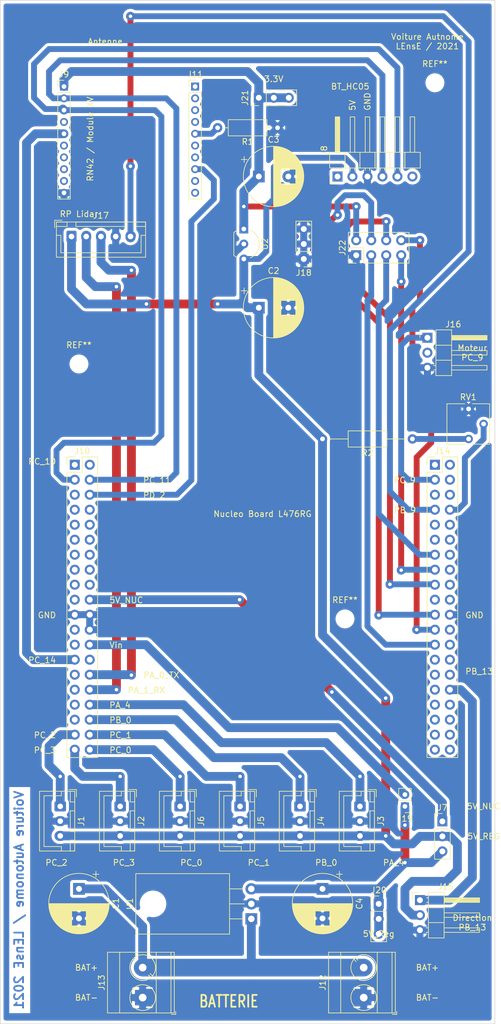
<source format=kicad_pcb>
(kicad_pcb (version 20171130) (host pcbnew "(5.1.6)-1")
  (layers (0 F.Cu signal) (31 B.Cu signal) (34 B.Paste user) (35 F.Paste user) (36 B.SilkS user) (37 F.SilkS user) (38 B.Mask user) (39 F.Mask user) (44 Edge.Cuts user))
  (net 0 "")
  (net 1 5V)
  (net 2 GND)
  (net 3 VCapt1)
  (net 4 VCapt2)
  (net 5 VCapt3)
  (net 6 VCapt4)
  (net 7 VCapt5)
  (net 8 VCaptLD)
  (net 9 RX)
  (net 10 TX)
  (net 11 "Net-(J8-Pad6)")
  (net 12 "Net-(J8-Pad1)")
  (net 13 VIN)
  (net 14 3.3V)
  (net 15 5V_REG)
  (net 16 5V_NUC)
  (net 17 "Net-(J9-Pad9)")
  (net 18 "Net-(J9-Pad8)")
  (net 19 "Net-(J9-Pad7)")
  (net 20 "Net-(J9-Pad6)")
  (net 21 RESET_N)
  (net 22 "Net-(J9-Pad4)")
  (net 23 RX_4)
  (net 24 TX_4)
  (net 25 "Net-(J10-Pad28)")
  (net 26 GPIO2_STATUS)
  (net 27 "Net-(J10-Pad14)")
  (net 28 "Net-(J10-Pad13)")
  (net 29 "Net-(J10-Pad12)")
  (net 30 "Net-(J10-Pad11)")
  (net 31 "Net-(J10-Pad10)")
  (net 32 "Net-(J10-Pad9)")
  (net 33 "Net-(J10-Pad8)")
  (net 34 "Net-(J10-Pad7)")
  (net 35 "Net-(J10-Pad5)")
  (net 36 "Net-(J10-Pad2)")
  (net 37 "Net-(J10-Pad1)")
  (net 38 "Net-(J11-Pad1)")
  (net 39 "Net-(J11-Pad2)")
  (net 40 "Net-(J11-Pad3)")
  (net 41 "Net-(J11-Pad4)")
  (net 42 "Net-(J11-Pad5)")
  (net 43 "Net-(J11-Pad6)")
  (net 44 "Net-(J11-Pad7)")
  (net 45 "Net-(J11-Pad9)")
  (net 46 "Net-(J11-Pad10)")
  (net 47 "Net-(J14-Pad1)")
  (net 48 "Net-(J14-Pad2)")
  (net 49 "Net-(J14-Pad5)")
  (net 50 "Net-(J14-Pad6)")
  (net 51 "Net-(J14-Pad9)")
  (net 52 "Net-(J14-Pad10)")
  (net 53 "Net-(J14-Pad14)")
  (net 54 "Net-(J14-Pad16)")
  (net 55 "Net-(J14-Pad18)")
  (net 56 "Net-(J14-Pad19)")
  (net 57 "Net-(J14-Pad20)")
  (net 58 "Net-(J14-Pad24)")
  (net 59 "Net-(J14-Pad26)")
  (net 60 "Net-(J14-Pad27)")
  (net 61 "Net-(J14-Pad28)")
  (net 62 "Net-(J14-Pad29)")
  (net 63 "Net-(J14-Pad30)")
  (net 64 "Net-(J14-Pad31)")
  (net 65 "Net-(J14-Pad33)")
  (net 66 "Net-(J14-Pad34)")
  (net 67 "Net-(J14-Pad35)")
  (net 68 "Net-(J14-Pad36)")
  (net 69 "Net-(J14-Pad37)")
  (net 70 "Net-(J14-Pad38)")
  (net 71 "Net-(J14-Pad39)")
  (net 72 "Net-(J14-Pad40)")
  (net 73 "Net-(J10-Pad35)")
  (net 74 "Net-(J10-Pad33)")
  (net 75 "Net-(J10-Pad31)")
  (net 76 "Net-(J10-Pad29)")
  (net 77 "Net-(J10-Pad25)")
  (net 78 "Net-(J10-Pad23)")
  (net 79 "Net-(J10-Pad19)")
  (net 80 "Net-(J10-Pad16)")
  (net 81 "Net-(J14-Pad12)")
  (net 82 NUC_DIR)
  (net 83 NUC_MOT)
  (net 84 "Net-(J16-Pad2)")
  (net 85 "Net-(J10-Pad17)")
  (net 86 "Net-(J14-Pad4)")
  (net 87 5V_REG_VIN)
  (net 88 Lidar_MOT)
  (net 89 "Net-(J10-Pad15)")
  (net 90 "Net-(J14-Pad11)")
  (net 91 VPOT)
  (net 92 3.3V_NUC)
  (net 93 "Net-(R2-Pad1)")
  (net 94 SCK)
  (net 95 MISO)
  (net 96 MOSI)
  (net 97 CSN_nRF)
  (net 98 IRQ_nRF)
  (net 99 CE_nRF)
  (module Connector_PinHeader_2.54mm:PinHeader_1x03_P2.54mm_Horizontal (layer F.Cu) (at 104.775 181.61)
    (fp_text reference J15 (at 4.385 -2.27) (layer F.SilkS))
    (fp_text value Direction)
    (pad 3 thru_hole oval (at 0 5.08) (size 1.7 1.7) (drill 1) (layers *.Cu *.Mask) (net 2 GND))
    (pad 2 thru_hole oval (at 0 2.54) (size 1.7 1.7) (drill 1) (layers *.Cu *.Mask) (net 1 5V))
    (pad 1 thru_hole rect (at 0 0) (size 1.7 1.7) (drill 1) (layers *.Cu *.Mask) (net 82 NUC_DIR))
  )
  (module Capacitor_THT:CP_Radial_D10.0mm_P5.00mm (layer F.Cu) (at 88.265 179.705 270)
    (fp_text reference C4 (at 2.5 -6.25 90) (layer F.SilkS))
    (fp_text value 10uF)
    (pad 1 thru_hole rect (at 0 0 270) (size 2 2) (drill 1) (layers *.Cu *.Mask) (net 15 5V_REG))
    (pad 2 thru_hole circle (at 5 0 270) (size 2 2) (drill 1) (layers *.Cu *.Mask) (net 2 GND))
  )
  (module Connector_PinHeader_2.00mm:PinHeader_1x02_P2.00mm_Vertical (layer F.Cu) (at 102.235 165.735 180)
    (fp_text reference J19 (at 0 -2.06) (layer F.SilkS))
    (fp_text value ExternalPower)
    (pad 1 thru_hole rect (at 0 0 180) (size 1.35 1.35) (drill 0.8) (layers *.Cu *.Mask) (net 15 5V_REG))
    (pad 2 thru_hole oval (at 0 2 180) (size 1.35 1.35) (drill 0.8) (layers *.Cu *.Mask) (net 87 5V_REG_VIN))
  )
  (module Connector_JST:JST_XH_B5B-XH-A_1x05_P2.50mm_Vertical (layer F.Cu) (at 45.72 69.215)
    (fp_text reference J17 (at 5 -3.55) (layer F.SilkS))
    (fp_text value RPLidar)
    (pad 1 thru_hole roundrect (at 0 0) (size 1.7 1.95) (drill 0.95) (layers *.Cu *.Mask) (roundrect_rratio 0.147059) (net 1 5V))
    (pad 2 thru_hole oval (at 2.5 0) (size 1.7 1.95) (drill 0.95) (layers *.Cu *.Mask) (net 23 RX_4))
    (pad 3 thru_hole oval (at 5 0) (size 1.7 1.95) (drill 0.95) (layers *.Cu *.Mask) (net 24 TX_4))
    (pad 4 thru_hole oval (at 7.5 0) (size 1.7 1.95) (drill 0.95) (layers *.Cu *.Mask) (net 2 GND))
    (pad 5 thru_hole oval (at 10 0) (size 1.7 1.95) (drill 0.95) (layers *.Cu *.Mask) (net 88 Lidar_MOT))
  )
  (module Connector_PinHeader_2.54mm:PinHeader_1x06_P2.54mm_Horizontal (layer F.Cu) (at 90.805 59.055 90)
    (fp_text reference J8 (at 4.385 -2.27 90) (layer F.SilkS))
    (fp_text value BT_HC05)
    (pad 1 thru_hole rect (at 0 0 90) (size 1.7 1.7) (drill 1) (layers *.Cu *.Mask) (net 12 "Net-(J8-Pad1)"))
    (pad 2 thru_hole oval (at 0 2.54 90) (size 1.7 1.7) (drill 1) (layers *.Cu *.Mask) (net 1 5V))
    (pad 3 thru_hole oval (at 0 5.08 90) (size 1.7 1.7) (drill 1) (layers *.Cu *.Mask) (net 2 GND))
    (pad 4 thru_hole oval (at 0 7.62 90) (size 1.7 1.7) (drill 1) (layers *.Cu *.Mask) (net 9 RX))
    (pad 5 thru_hole oval (at 0 10.16 90) (size 1.7 1.7) (drill 1) (layers *.Cu *.Mask) (net 10 TX))
    (pad 6 thru_hole oval (at 0 12.7 90) (size 1.7 1.7) (drill 1) (layers *.Cu *.Mask) (net 11 "Net-(J8-Pad6)"))
  )
  (module Capacitor_THT:CP_Radial_D10.0mm_P5.00mm (layer F.Cu) (at 46.99 179.705 270)
    (fp_text reference C1 (at 2.5 -6.25 90) (layer F.SilkS))
    (fp_text value 10uF)
    (pad 2 thru_hole circle (at 5 0 270) (size 2 2) (drill 1) (layers *.Cu *.Mask) (net 2 GND))
    (pad 1 thru_hole rect (at 0 0 270) (size 2 2) (drill 1) (layers *.Cu *.Mask) (net 13 VIN))
  )
  (module Capacitor_THT:CP_Radial_D10.0mm_P5.00mm (layer F.Cu) (at 77.47 81.28)
    (fp_text reference C2 (at 2.5 -6.25) (layer F.SilkS))
    (fp_text value 10uF)
    (pad 2 thru_hole circle (at 5 0) (size 2 2) (drill 1) (layers *.Cu *.Mask) (net 2 GND))
    (pad 1 thru_hole rect (at 0 0) (size 2 2) (drill 1) (layers *.Cu *.Mask) (net 1 5V))
  )
  (module Capacitor_THT:CP_Radial_D10.0mm_P5.00mm (layer F.Cu) (at 77.47 59.055)
    (fp_text reference C3 (at 2.5 -6.25) (layer F.SilkS))
    (fp_text value 10uF)
    (pad 1 thru_hole rect (at 0 0) (size 2 2) (drill 1) (layers *.Cu *.Mask) (net 14 3.3V))
    (pad 2 thru_hole circle (at 5 0) (size 2 2) (drill 1) (layers *.Cu *.Mask) (net 2 GND))
  )
  (module Connector_JST:JST_XH_B3B-XH-A_1x03_P2.50mm_Vertical (layer F.Cu) (at 43.815 165.735 270)
    (fp_text reference J1 (at 2.5 -3.55 90) (layer F.SilkS))
    (fp_text value Capt1)
    (pad 3 thru_hole oval (at 5 0 270) (size 1.7 1.95) (drill 0.95) (layers *.Cu *.Mask) (net 1 5V))
    (pad 2 thru_hole oval (at 2.5 0 270) (size 1.7 1.95) (drill 0.95) (layers *.Cu *.Mask) (net 2 GND))
    (pad 1 thru_hole roundrect (at 0 0 270) (size 1.7 1.95) (drill 0.95) (layers *.Cu *.Mask) (roundrect_rratio 0.147059) (net 3 VCapt1))
  )
  (module Connector_JST:JST_XH_B3B-XH-A_1x03_P2.50mm_Vertical (layer F.Cu) (at 53.975 165.735 270)
    (fp_text reference J2 (at 2.5 -3.55 90) (layer F.SilkS))
    (fp_text value Capt2)
    (pad 1 thru_hole roundrect (at 0 0 270) (size 1.7 1.95) (drill 0.95) (layers *.Cu *.Mask) (roundrect_rratio 0.147059) (net 4 VCapt2))
    (pad 2 thru_hole oval (at 2.5 0 270) (size 1.7 1.95) (drill 0.95) (layers *.Cu *.Mask) (net 2 GND))
    (pad 3 thru_hole oval (at 5 0 270) (size 1.7 1.95) (drill 0.95) (layers *.Cu *.Mask) (net 1 5V))
  )
  (module Connector_JST:JST_XH_B3B-XH-A_1x03_P2.50mm_Vertical (layer F.Cu) (at 94.615 165.735 270)
    (fp_text reference J3 (at 2.5 -3.55 90) (layer F.SilkS))
    (fp_text value Capt3)
    (pad 1 thru_hole roundrect (at 0 0 270) (size 1.7 1.95) (drill 0.95) (layers *.Cu *.Mask) (roundrect_rratio 0.147059) (net 5 VCapt3))
    (pad 2 thru_hole oval (at 2.5 0 270) (size 1.7 1.95) (drill 0.95) (layers *.Cu *.Mask) (net 2 GND))
    (pad 3 thru_hole oval (at 5 0 270) (size 1.7 1.95) (drill 0.95) (layers *.Cu *.Mask) (net 1 5V))
  )
  (module Connector_JST:JST_XH_B3B-XH-A_1x03_P2.50mm_Vertical (layer F.Cu) (at 84.455 165.735 270)
    (fp_text reference J4 (at 2.5 -3.55 90) (layer F.SilkS))
    (fp_text value Capt4)
    (pad 3 thru_hole oval (at 5 0 270) (size 1.7 1.95) (drill 0.95) (layers *.Cu *.Mask) (net 1 5V))
    (pad 2 thru_hole oval (at 2.5 0 270) (size 1.7 1.95) (drill 0.95) (layers *.Cu *.Mask) (net 2 GND))
    (pad 1 thru_hole roundrect (at 0 0 270) (size 1.7 1.95) (drill 0.95) (layers *.Cu *.Mask) (roundrect_rratio 0.147059) (net 6 VCapt4))
  )
  (module Connector_JST:JST_XH_B3B-XH-A_1x03_P2.50mm_Vertical (layer F.Cu) (at 74.295 165.735 270)
    (fp_text reference J5 (at 2.5 -3.55 90) (layer F.SilkS))
    (fp_text value Capt5)
    (pad 1 thru_hole roundrect (at 0 0 270) (size 1.7 1.95) (drill 0.95) (layers *.Cu *.Mask) (roundrect_rratio 0.147059) (net 7 VCapt5))
    (pad 2 thru_hole oval (at 2.5 0 270) (size 1.7 1.95) (drill 0.95) (layers *.Cu *.Mask) (net 2 GND))
    (pad 3 thru_hole oval (at 5 0 270) (size 1.7 1.95) (drill 0.95) (layers *.Cu *.Mask) (net 1 5V))
  )
  (module Connector_JST:JST_XH_B3B-XH-A_1x03_P2.50mm_Vertical (layer F.Cu) (at 64.135 165.735 270)
    (fp_text reference J6 (at 2.5 -3.55 90) (layer F.SilkS))
    (fp_text value CaptLD)
    (pad 3 thru_hole oval (at 5 0 270) (size 1.7 1.95) (drill 0.95) (layers *.Cu *.Mask) (net 1 5V))
    (pad 2 thru_hole oval (at 2.5 0 270) (size 1.7 1.95) (drill 0.95) (layers *.Cu *.Mask) (net 2 GND))
    (pad 1 thru_hole roundrect (at 0 0 270) (size 1.7 1.95) (drill 0.95) (layers *.Cu *.Mask) (roundrect_rratio 0.147059) (net 8 VCaptLD))
  )
  (module Connector_PinHeader_2.54mm:PinHeader_1x03_P2.54mm_Vertical (layer F.Cu) (at 108.585 168.275)
    (fp_text reference J7 (at 0 -2.33) (layer F.SilkS))
    (fp_text value 5V_Select)
    (pad 1 thru_hole rect (at 0 0) (size 1.7 1.7) (drill 1) (layers *.Cu *.Mask) (net 16 5V_NUC))
    (pad 2 thru_hole oval (at 0 2.54) (size 1.7 1.7) (drill 1) (layers *.Cu *.Mask) (net 1 5V))
    (pad 3 thru_hole oval (at 0 5.08) (size 1.7 1.7) (drill 1) (layers *.Cu *.Mask) (net 15 5V_REG))
  )
  (module TerminalBlock_Phoenix:TerminalBlock_Phoenix_MKDS-3-2-5.08_1x02_P5.08mm_Horizontal (layer F.Cu) (at 95.25 198.12 90)
    (fp_text reference J12 (at 2.54 -6.96 90) (layer F.SilkS))
    (fp_text value BAT_IN)
    (pad 1 thru_hole rect (at 0 0 90) (size 2.6 2.6) (drill 1.3) (layers *.Cu *.Mask) (net 2 GND))
    (pad 2 thru_hole circle (at 5.08 0 90) (size 2.6 2.6) (drill 1.3) (layers *.Cu *.Mask) (net 13 VIN))
  )
  (module TerminalBlock_Phoenix:TerminalBlock_Phoenix_MKDS-3-2-5.08_1x02_P5.08mm_Horizontal (layer F.Cu) (at 57.785 198.12 90)
    (fp_text reference J13 (at 2.54 -6.96 90) (layer F.SilkS))
    (fp_text value BAT_OUT)
    (pad 1 thru_hole rect (at 0 0 90) (size 2.6 2.6) (drill 1.3) (layers *.Cu *.Mask) (net 2 GND))
    (pad 2 thru_hole circle (at 5.08 0 90) (size 2.6 2.6) (drill 1.3) (layers *.Cu *.Mask) (net 13 VIN))
  )
  (module Package_TO_SOT_THT:TO-220-3_Horizontal_TabDown (layer F.Cu) (at 76.2 184.785 90)
    (fp_text reference U1 (at 2.54 -20.58 90) (layer F.SilkS))
    (fp_text value L7805)
    (pad "" np_thru_hole oval (at 2.54 -16.66 90) (size 3.5 3.5) (drill 3.5) (layers *.Cu *.Mask))
    (pad 1 thru_hole rect (at 0 0 90) (size 1.905 2) (drill 1.1) (layers *.Cu *.Mask) (net 13 VIN))
    (pad 2 thru_hole oval (at 2.54 0 90) (size 1.905 2) (drill 1.1) (layers *.Cu *.Mask) (net 2 GND))
    (pad 3 thru_hole oval (at 5.08 0 90) (size 1.905 2) (drill 1.1) (layers *.Cu *.Mask) (net 15 5V_REG))
  )
  (module Connector_PinHeader_2.54mm:PinHeader_2x20_P2.54mm_Vertical (layer F.Cu) (at 46.275001 107.870001)
    (fp_text reference J10 (at 1.27 -2.33) (layer F.SilkS))
    (fp_text value Morpho_Gauche)
    (pad 40 thru_hole oval (at 2.54 48.26) (size 1.7 1.7) (drill 1) (layers *.Cu *.Mask) (net 8 VCaptLD))
    (pad 39 thru_hole oval (at 0 48.26) (size 1.7 1.7) (drill 1) (layers *.Cu *.Mask) (net 4 VCapt2))
    (pad 38 thru_hole oval (at 2.54 45.72) (size 1.7 1.7) (drill 1) (layers *.Cu *.Mask) (net 7 VCapt5))
    (pad 37 thru_hole oval (at 0 45.72) (size 1.7 1.7) (drill 1) (layers *.Cu *.Mask) (net 3 VCapt1))
    (pad 36 thru_hole oval (at 2.54 43.18) (size 1.7 1.7) (drill 1) (layers *.Cu *.Mask) (net 6 VCapt4))
    (pad 35 thru_hole oval (at 0 43.18) (size 1.7 1.7) (drill 1) (layers *.Cu *.Mask) (net 73 "Net-(J10-Pad35)"))
    (pad 34 thru_hole oval (at 2.54 40.64) (size 1.7 1.7) (drill 1) (layers *.Cu *.Mask) (net 5 VCapt3))
    (pad 33 thru_hole oval (at 0 40.64) (size 1.7 1.7) (drill 1) (layers *.Cu *.Mask) (net 74 "Net-(J10-Pad33)"))
    (pad 32 thru_hole oval (at 2.54 38.1) (size 1.7 1.7) (drill 1) (layers *.Cu *.Mask) (net 23 RX_4))
    (pad 31 thru_hole oval (at 0 38.1) (size 1.7 1.7) (drill 1) (layers *.Cu *.Mask) (net 75 "Net-(J10-Pad31)"))
    (pad 30 thru_hole oval (at 2.54 35.56) (size 1.7 1.7) (drill 1) (layers *.Cu *.Mask) (net 24 TX_4))
    (pad 29 thru_hole oval (at 0 35.56) (size 1.7 1.7) (drill 1) (layers *.Cu *.Mask) (net 76 "Net-(J10-Pad29)"))
    (pad 28 thru_hole oval (at 2.54 33.02) (size 1.7 1.7) (drill 1) (layers *.Cu *.Mask) (net 25 "Net-(J10-Pad28)"))
    (pad 27 thru_hole oval (at 0 33.02) (size 1.7 1.7) (drill 1) (layers *.Cu *.Mask) (net 21 RESET_N))
    (pad 26 thru_hole oval (at 2.54 30.48) (size 1.7 1.7) (drill 1) (layers *.Cu *.Mask) (net 87 5V_REG_VIN))
    (pad 25 thru_hole oval (at 0 30.48) (size 1.7 1.7) (drill 1) (layers *.Cu *.Mask) (net 77 "Net-(J10-Pad25)"))
    (pad 24 thru_hole oval (at 2.54 27.94) (size 1.7 1.7) (drill 1) (layers *.Cu *.Mask) (net 2 GND))
    (pad 23 thru_hole oval (at 0 27.94) (size 1.7 1.7) (drill 1) (layers *.Cu *.Mask) (net 78 "Net-(J10-Pad23)"))
    (pad 22 thru_hole oval (at 2.54 25.4) (size 1.7 1.7) (drill 1) (layers *.Cu *.Mask) (net 2 GND))
    (pad 21 thru_hole oval (at 0 25.4) (size 1.7 1.7) (drill 1) (layers *.Cu *.Mask) (net 2 GND))
    (pad 20 thru_hole oval (at 2.54 22.86) (size 1.7 1.7) (drill 1) (layers *.Cu *.Mask) (net 16 5V_NUC))
    (pad 19 thru_hole oval (at 0 22.86) (size 1.7 1.7) (drill 1) (layers *.Cu *.Mask) (net 79 "Net-(J10-Pad19)"))
    (pad 18 thru_hole oval (at 2.54 20.32) (size 1.7 1.7) (drill 1) (layers *.Cu *.Mask) (net 92 3.3V_NUC))
    (pad 17 thru_hole oval (at 0 20.32) (size 1.7 1.7) (drill 1) (layers *.Cu *.Mask) (net 85 "Net-(J10-Pad17)"))
    (pad 16 thru_hole oval (at 2.54 17.78) (size 1.7 1.7) (drill 1) (layers *.Cu *.Mask) (net 80 "Net-(J10-Pad16)"))
    (pad 15 thru_hole oval (at 0 17.78) (size 1.7 1.7) (drill 1) (layers *.Cu *.Mask) (net 89 "Net-(J10-Pad15)"))
    (pad 14 thru_hole oval (at 2.54 15.24) (size 1.7 1.7) (drill 1) (layers *.Cu *.Mask) (net 27 "Net-(J10-Pad14)"))
    (pad 13 thru_hole oval (at 0 15.24) (size 1.7 1.7) (drill 1) (layers *.Cu *.Mask) (net 28 "Net-(J10-Pad13)"))
    (pad 12 thru_hole oval (at 2.54 12.7) (size 1.7 1.7) (drill 1) (layers *.Cu *.Mask) (net 29 "Net-(J10-Pad12)"))
    (pad 11 thru_hole oval (at 0 12.7) (size 1.7 1.7) (drill 1) (layers *.Cu *.Mask) (net 30 "Net-(J10-Pad11)"))
    (pad 10 thru_hole oval (at 2.54 10.16) (size 1.7 1.7) (drill 1) (layers *.Cu *.Mask) (net 31 "Net-(J10-Pad10)"))
    (pad 9 thru_hole oval (at 0 10.16) (size 1.7 1.7) (drill 1) (layers *.Cu *.Mask) (net 32 "Net-(J10-Pad9)"))
    (pad 8 thru_hole oval (at 2.54 7.62) (size 1.7 1.7) (drill 1) (layers *.Cu *.Mask) (net 33 "Net-(J10-Pad8)"))
    (pad 7 thru_hole oval (at 0 7.62) (size 1.7 1.7) (drill 1) (layers *.Cu *.Mask) (net 34 "Net-(J10-Pad7)"))
    (pad 6 thru_hole oval (at 2.54 5.08) (size 1.7 1.7) (drill 1) (layers *.Cu *.Mask) (net 26 GPIO2_STATUS))
    (pad 5 thru_hole oval (at 0 5.08) (size 1.7 1.7) (drill 1) (layers *.Cu *.Mask) (net 35 "Net-(J10-Pad5)"))
    (pad 4 thru_hole oval (at 2.54 2.54) (size 1.7 1.7) (drill 1) (layers *.Cu *.Mask) (net 9 RX))
    (pad 3 thru_hole oval (at 0 2.54) (size 1.7 1.7) (drill 1) (layers *.Cu *.Mask) (net 10 TX))
    (pad 2 thru_hole oval (at 2.54 0) (size 1.7 1.7) (drill 1) (layers *.Cu *.Mask) (net 36 "Net-(J10-Pad2)"))
    (pad 1 thru_hole rect (at 0 0) (size 1.7 1.7) (drill 1) (layers *.Cu *.Mask) (net 37 "Net-(J10-Pad1)"))
  )
  (module Connector_PinHeader_2.54mm:PinHeader_2x20_P2.54mm_Vertical (layer F.Cu) (at 107.315 107.870001)
    (fp_text reference J14 (at 1.27 -2.33) (layer F.SilkS))
    (fp_text value Morpho_Droite)
    (pad 1 thru_hole rect (at 0 0) (size 1.7 1.7) (drill 1) (layers *.Cu *.Mask) (net 47 "Net-(J14-Pad1)"))
    (pad 2 thru_hole oval (at 2.54 0) (size 1.7 1.7) (drill 1) (layers *.Cu *.Mask) (net 48 "Net-(J14-Pad2)"))
    (pad 3 thru_hole oval (at 0 2.54) (size 1.7 1.7) (drill 1) (layers *.Cu *.Mask) (net 83 NUC_MOT))
    (pad 4 thru_hole oval (at 2.54 2.54) (size 1.7 1.7) (drill 1) (layers *.Cu *.Mask) (net 86 "Net-(J14-Pad4)"))
    (pad 5 thru_hole oval (at 0 5.08) (size 1.7 1.7) (drill 1) (layers *.Cu *.Mask) (net 49 "Net-(J14-Pad5)"))
    (pad 6 thru_hole oval (at 2.54 5.08) (size 1.7 1.7) (drill 1) (layers *.Cu *.Mask) (net 50 "Net-(J14-Pad6)"))
    (pad 7 thru_hole oval (at 0 7.62) (size 1.7 1.7) (drill 1) (layers *.Cu *.Mask) (net 88 Lidar_MOT))
    (pad 8 thru_hole oval (at 2.54 7.62) (size 1.7 1.7) (drill 1) (layers *.Cu *.Mask) (net 91 VPOT))
    (pad 9 thru_hole oval (at 0 10.16) (size 1.7 1.7) (drill 1) (layers *.Cu *.Mask) (net 51 "Net-(J14-Pad9)"))
    (pad 10 thru_hole oval (at 2.54 10.16) (size 1.7 1.7) (drill 1) (layers *.Cu *.Mask) (net 52 "Net-(J14-Pad10)"))
    (pad 11 thru_hole oval (at 0 12.7) (size 1.7 1.7) (drill 1) (layers *.Cu *.Mask) (net 90 "Net-(J14-Pad11)"))
    (pad 12 thru_hole oval (at 2.54 12.7) (size 1.7 1.7) (drill 1) (layers *.Cu *.Mask) (net 81 "Net-(J14-Pad12)"))
    (pad 13 thru_hole oval (at 0 15.24) (size 1.7 1.7) (drill 1) (layers *.Cu *.Mask) (net 94 SCK))
    (pad 14 thru_hole oval (at 2.54 15.24) (size 1.7 1.7) (drill 1) (layers *.Cu *.Mask) (net 53 "Net-(J14-Pad14)"))
    (pad 15 thru_hole oval (at 0 17.78) (size 1.7 1.7) (drill 1) (layers *.Cu *.Mask) (net 95 MISO))
    (pad 16 thru_hole oval (at 2.54 17.78) (size 1.7 1.7) (drill 1) (layers *.Cu *.Mask) (net 54 "Net-(J14-Pad16)"))
    (pad 17 thru_hole oval (at 0 20.32) (size 1.7 1.7) (drill 1) (layers *.Cu *.Mask) (net 96 MOSI))
    (pad 18 thru_hole oval (at 2.54 20.32) (size 1.7 1.7) (drill 1) (layers *.Cu *.Mask) (net 55 "Net-(J14-Pad18)"))
    (pad 19 thru_hole oval (at 0 22.86) (size 1.7 1.7) (drill 1) (layers *.Cu *.Mask) (net 56 "Net-(J14-Pad19)"))
    (pad 20 thru_hole oval (at 2.54 22.86) (size 1.7 1.7) (drill 1) (layers *.Cu *.Mask) (net 57 "Net-(J14-Pad20)"))
    (pad 21 thru_hole oval (at 0 25.4) (size 1.7 1.7) (drill 1) (layers *.Cu *.Mask) (net 97 CSN_nRF))
    (pad 22 thru_hole oval (at 2.54 25.4) (size 1.7 1.7) (drill 1) (layers *.Cu *.Mask) (net 2 GND))
    (pad 23 thru_hole oval (at 0 27.94) (size 1.7 1.7) (drill 1) (layers *.Cu *.Mask) (net 98 IRQ_nRF))
    (pad 24 thru_hole oval (at 2.54 27.94) (size 1.7 1.7) (drill 1) (layers *.Cu *.Mask) (net 58 "Net-(J14-Pad24)"))
    (pad 25 thru_hole oval (at 0 30.48) (size 1.7 1.7) (drill 1) (layers *.Cu *.Mask) (net 99 CE_nRF))
    (pad 26 thru_hole oval (at 2.54 30.48) (size 1.7 1.7) (drill 1) (layers *.Cu *.Mask) (net 59 "Net-(J14-Pad26)"))
    (pad 27 thru_hole oval (at 0 33.02) (size 1.7 1.7) (drill 1) (layers *.Cu *.Mask) (net 60 "Net-(J14-Pad27)"))
    (pad 28 thru_hole oval (at 2.54 33.02) (size 1.7 1.7) (drill 1) (layers *.Cu *.Mask) (net 61 "Net-(J14-Pad28)"))
    (pad 29 thru_hole oval (at 0 35.56) (size 1.7 1.7) (drill 1) (layers *.Cu *.Mask) (net 62 "Net-(J14-Pad29)"))
    (pad 30 thru_hole oval (at 2.54 35.56) (size 1.7 1.7) (drill 1) (layers *.Cu *.Mask) (net 63 "Net-(J14-Pad30)"))
    (pad 31 thru_hole oval (at 0 38.1) (size 1.7 1.7) (drill 1) (layers *.Cu *.Mask) (net 64 "Net-(J14-Pad31)"))
    (pad 32 thru_hole oval (at 2.54 38.1) (size 1.7 1.7) (drill 1) (layers *.Cu *.Mask) (net 82 NUC_DIR))
    (pad 33 thru_hole oval (at 0 40.64) (size 1.7 1.7) (drill 1) (layers *.Cu *.Mask) (net 65 "Net-(J14-Pad33)"))
    (pad 34 thru_hole oval (at 2.54 40.64) (size 1.7 1.7) (drill 1) (layers *.Cu *.Mask) (net 66 "Net-(J14-Pad34)"))
    (pad 35 thru_hole oval (at 0 43.18) (size 1.7 1.7) (drill 1) (layers *.Cu *.Mask) (net 67 "Net-(J14-Pad35)"))
    (pad 36 thru_hole oval (at 2.54 43.18) (size 1.7 1.7) (drill 1) (layers *.Cu *.Mask) (net 68 "Net-(J14-Pad36)"))
    (pad 37 thru_hole oval (at 0 45.72) (size 1.7 1.7) (drill 1) (layers *.Cu *.Mask) (net 69 "Net-(J14-Pad37)"))
    (pad 38 thru_hole oval (at 2.54 45.72) (size 1.7 1.7) (drill 1) (layers *.Cu *.Mask) (net 70 "Net-(J14-Pad38)"))
    (pad 39 thru_hole oval (at 0 48.26) (size 1.7 1.7) (drill 1) (layers *.Cu *.Mask) (net 71 "Net-(J14-Pad39)"))
    (pad 40 thru_hole oval (at 2.54 48.26) (size 1.7 1.7) (drill 1) (layers *.Cu *.Mask) (net 72 "Net-(J14-Pad40)"))
  )
  (module Package_TO_SOT_THT:TO-92L_Inline_Wide (layer F.Cu) (at 74.93 67.945 270)
    (fp_text reference U2 (at 2.54 -3.56 90) (layer F.SilkS))
    (fp_text value L78L33_TO92)
    (pad 2 thru_hole circle (at 2.54 0) (size 1.5 1.5) (drill 0.8) (layers *.Cu *.Mask) (net 2 GND))
    (pad 3 thru_hole circle (at 5.08 0) (size 1.5 1.5) (drill 0.8) (layers *.Cu *.Mask) (net 1 5V))
    (pad 1 thru_hole rect (at 0 0) (size 1.5 1.5) (drill 0.8) (layers *.Cu *.Mask) (net 14 3.3V))
  )
  (module Connector_PinHeader_2.54mm:PinHeader_1x03_P2.54mm_Horizontal (layer F.Cu) (at 106.045 86.36)
    (fp_text reference J16 (at 4.385 -2.27) (layer F.SilkS))
    (fp_text value Motorisation)
    (pad 1 thru_hole rect (at 0 0) (size 1.7 1.7) (drill 1) (layers *.Cu *.Mask) (net 83 NUC_MOT))
    (pad 2 thru_hole oval (at 0 2.54) (size 1.7 1.7) (drill 1) (layers *.Cu *.Mask) (net 84 "Net-(J16-Pad2)"))
    (pad 3 thru_hole oval (at 0 5.08) (size 1.7 1.7) (drill 1) (layers *.Cu *.Mask) (net 2 GND))
  )
  (module Connector_PinHeader_2.00mm:PinHeader_1x10_P2.00mm_Vertical (layer F.Cu) (at 44.45 43.815)
    (fp_text reference J9 (at 0 -2.06) (layer F.SilkS))
    (fp_text value RN42X-GAUCHE)
    (pad 1 thru_hole rect (at 0 0) (size 1.35 1.35) (drill 0.8) (layers *.Cu *.Mask) (net 14 3.3V))
    (pad 2 thru_hole oval (at 0 2) (size 1.35 1.35) (drill 0.8) (layers *.Cu *.Mask) (net 9 RX))
    (pad 3 thru_hole oval (at 0 4) (size 1.35 1.35) (drill 0.8) (layers *.Cu *.Mask) (net 10 TX))
    (pad 4 thru_hole oval (at 0 6) (size 1.35 1.35) (drill 0.8) (layers *.Cu *.Mask) (net 22 "Net-(J9-Pad4)"))
    (pad 5 thru_hole oval (at 0 8) (size 1.35 1.35) (drill 0.8) (layers *.Cu *.Mask) (net 21 RESET_N))
    (pad 6 thru_hole oval (at 0 10) (size 1.35 1.35) (drill 0.8) (layers *.Cu *.Mask) (net 20 "Net-(J9-Pad6)"))
    (pad 7 thru_hole oval (at 0 12) (size 1.35 1.35) (drill 0.8) (layers *.Cu *.Mask) (net 19 "Net-(J9-Pad7)"))
    (pad 8 thru_hole oval (at 0 14) (size 1.35 1.35) (drill 0.8) (layers *.Cu *.Mask) (net 18 "Net-(J9-Pad8)"))
    (pad 9 thru_hole oval (at 0 16) (size 1.35 1.35) (drill 0.8) (layers *.Cu *.Mask) (net 17 "Net-(J9-Pad9)"))
    (pad 10 thru_hole oval (at 0 18) (size 1.35 1.35) (drill 0.8) (layers *.Cu *.Mask) (net 2 GND))
  )
  (module Connector_PinHeader_2.00mm:PinHeader_1x10_P2.00mm_Vertical (layer F.Cu) (at 66.675 43.815)
    (fp_text reference J11 (at 0 -2.06) (layer F.SilkS))
    (fp_text value RN42X-DROITE)
    (pad 10 thru_hole oval (at 0 18) (size 1.35 1.35) (drill 0.8) (layers *.Cu *.Mask) (net 46 "Net-(J11-Pad10)"))
    (pad 9 thru_hole oval (at 0 16) (size 1.35 1.35) (drill 0.8) (layers *.Cu *.Mask) (net 45 "Net-(J11-Pad9)"))
    (pad 8 thru_hole oval (at 0 14) (size 1.35 1.35) (drill 0.8) (layers *.Cu *.Mask) (net 26 GPIO2_STATUS))
    (pad 7 thru_hole oval (at 0 12) (size 1.35 1.35) (drill 0.8) (layers *.Cu *.Mask) (net 44 "Net-(J11-Pad7)"))
    (pad 6 thru_hole oval (at 0 10) (size 1.35 1.35) (drill 0.8) (layers *.Cu *.Mask) (net 43 "Net-(J11-Pad6)"))
    (pad 5 thru_hole oval (at 0 8) (size 1.35 1.35) (drill 0.8) (layers *.Cu *.Mask) (net 42 "Net-(J11-Pad5)"))
    (pad 4 thru_hole oval (at 0 6) (size 1.35 1.35) (drill 0.8) (layers *.Cu *.Mask) (net 41 "Net-(J11-Pad4)"))
    (pad 3 thru_hole oval (at 0 4) (size 1.35 1.35) (drill 0.8) (layers *.Cu *.Mask) (net 40 "Net-(J11-Pad3)"))
    (pad 2 thru_hole oval (at 0 2) (size 1.35 1.35) (drill 0.8) (layers *.Cu *.Mask) (net 39 "Net-(J11-Pad2)"))
    (pad 1 thru_hole rect (at 0 0) (size 1.35 1.35) (drill 0.8) (layers *.Cu *.Mask) (net 38 "Net-(J11-Pad1)"))
  )
  (module Connector_PinHeader_2.54mm:PinHeader_1x03_P2.54mm_Vertical (layer F.Cu) (at 85.09 73.025 180)
    (fp_text reference J18 (at 0 -2.33) (layer F.SilkS))
    (fp_text value GND_reg)
    (pad 1 thru_hole rect (at 0 0 180) (size 1.7 1.7) (drill 1) (layers *.Cu *.Mask) (net 2 GND))
    (pad 2 thru_hole oval (at 0 2.54 180) (size 1.7 1.7) (drill 1) (layers *.Cu *.Mask) (net 2 GND))
    (pad 3 thru_hole oval (at 0 5.08 180) (size 1.7 1.7) (drill 1) (layers *.Cu *.Mask) (net 2 GND))
  )
  (module Connector_PinHeader_2.54mm:PinHeader_1x03_P2.54mm_Vertical (layer F.Cu) (at 97.79 182.245)
    (fp_text reference J20 (at 0 -2.33) (layer F.SilkS))
    (fp_text value 5V_reg)
    (pad 1 thru_hole rect (at 0 0) (size 1.7 1.7) (drill 1) (layers *.Cu *.Mask) (net 15 5V_REG))
    (pad 2 thru_hole oval (at 0 2.54) (size 1.7 1.7) (drill 1) (layers *.Cu *.Mask) (net 15 5V_REG))
    (pad 3 thru_hole oval (at 0 5.08) (size 1.7 1.7) (drill 1) (layers *.Cu *.Mask) (net 15 5V_REG))
  )
  (module Connector_PinHeader_2.54mm:PinHeader_1x03_P2.54mm_Vertical (layer F.Cu) (at 77.47 45.72 90)
    (fp_text reference J21 (at 0 -2.33 90) (layer F.SilkS))
    (fp_text value 3.3V_reg)
    (pad 3 thru_hole oval (at 0 5.08 90) (size 1.7 1.7) (drill 1) (layers *.Cu *.Mask) (net 14 3.3V))
    (pad 2 thru_hole oval (at 0 2.54 90) (size 1.7 1.7) (drill 1) (layers *.Cu *.Mask) (net 14 3.3V))
    (pad 1 thru_hole rect (at 0 0 90) (size 1.7 1.7) (drill 1) (layers *.Cu *.Mask) (net 14 3.3V))
  )
  (module MountingHole:MountingHole_2.2mm_M2 (layer F.Cu) (at 107.315 43.18)
    (fp_text reference REF** (at 0 -3.2) (layer F.SilkS))
    (fp_text value MountingHole_2.2mm_M2)
    (pad 1 np_thru_hole circle (at 0 0) (size 2.2 2.2) (drill 2.2) (layers *.Cu *.Mask))
  )
  (module MountingHole:MountingHole_2.2mm_M2 (layer F.Cu) (at 46.99 90.805)
    (fp_text reference REF** (at 0 -3.2) (layer F.SilkS))
    (fp_text value MountingHole_2.2mm_M2)
    (pad 1 np_thru_hole circle (at 0 0) (size 2.2 2.2) (drill 2.2) (layers *.Cu *.Mask))
  )
  (module MountingHole:MountingHole_2.2mm_M2 (layer F.Cu) (at 92.075 133.985)
    (fp_text reference REF** (at 0 -3.2) (layer F.SilkS))
    (fp_text value MountingHole_2.2mm_M2)
    (pad 1 np_thru_hole circle (at 0 0) (size 2.2 2.2) (drill 2.2) (layers *.Cu *.Mask))
  )
  (module Resistor_THT:R_Axial_DIN0207_L6.3mm_D2.5mm_P10.16mm_Horizontal (layer F.Cu) (at 80.645 50.8 180)
    (fp_text reference R1 (at 5.08 -2.37 180) (layer F.SilkS))
    (fp_text value 1k)
    (pad 1 thru_hole circle (at 0 0 180) (size 1.6 1.6) (drill 0.8) (layers *.Cu *.Mask) (net 2 GND))
    (pad 2 thru_hole oval (at 10.16 0 180) (size 1.6 1.6) (drill 0.8) (layers *.Cu *.Mask) (net 42 "Net-(J11-Pad5)"))
  )
  (module Potentiometer_THT:Potentiometer_Vishay_T73YP_Vertical (layer F.Cu) (at 113.03 103.505)
    (fp_text reference RV1 (at -0.06 -7.09) (layer F.SilkS))
    (fp_text value POT_10k)
    (pad 3 thru_hole circle (at 0 -5.08) (size 1.44 1.44) (drill 0.8) (layers *.Cu *.Mask) (net 2 GND))
    (pad 2 thru_hole circle (at 2.54 -2.54) (size 1.44 1.44) (drill 0.8) (layers *.Cu *.Mask) (net 91 VPOT))
    (pad 1 thru_hole circle (at 0 0) (size 1.44 1.44) (drill 0.8) (layers *.Cu *.Mask) (net 93 "Net-(R2-Pad1)"))
  )
  (module Connector_PinHeader_2.54mm:PinHeader_2x04_P2.54mm_Vertical (layer F.Cu) (at 93.98 72.39 90)
    (fp_text reference J22 (at 1.27 -2.33 90) (layer F.SilkS))
    (fp_text value nRF24L01)
    (pad 1 thru_hole rect (at 0 0 90) (size 1.7 1.7) (drill 1) (layers *.Cu *.Mask) (net 2 GND))
    (pad 2 thru_hole oval (at 2.54 0 90) (size 1.7 1.7) (drill 1) (layers *.Cu *.Mask) (net 14 3.3V))
    (pad 3 thru_hole oval (at 0 2.54 90) (size 1.7 1.7) (drill 1) (layers *.Cu *.Mask) (net 99 CE_nRF))
    (pad 4 thru_hole oval (at 2.54 2.54 90) (size 1.7 1.7) (drill 1) (layers *.Cu *.Mask) (net 97 CSN_nRF))
    (pad 5 thru_hole oval (at 0 5.08 90) (size 1.7 1.7) (drill 1) (layers *.Cu *.Mask) (net 94 SCK))
    (pad 6 thru_hole oval (at 2.54 5.08 90) (size 1.7 1.7) (drill 1) (layers *.Cu *.Mask) (net 96 MOSI))
    (pad 7 thru_hole oval (at 0 7.62 90) (size 1.7 1.7) (drill 1) (layers *.Cu *.Mask) (net 95 MISO))
    (pad 8 thru_hole oval (at 2.54 7.62 90) (size 1.7 1.7) (drill 1) (layers *.Cu *.Mask) (net 98 IRQ_nRF))
  )
  (module Resistor_THT:R_Axial_DIN0207_L6.3mm_D2.5mm_P15.24mm_Horizontal (layer F.Cu) (at 103.505 103.505 180)
    (fp_text reference R2 (at 7.62 -2.37) (layer F.SilkS))
    (fp_text value 5.1k)
    (pad 1 thru_hole circle (at 0 0 180) (size 1.6 1.6) (drill 0.8) (layers *.Cu *.Mask) (net 93 "Net-(R2-Pad1)"))
    (pad 2 thru_hole oval (at 15.24 0 180) (size 1.6 1.6) (drill 0.8) (layers *.Cu *.Mask) (net 1 5V))
  )
  (gr_text "Voiture Autnome\nLEnsE / 2021" (at 106.045 36.195) (layer F.SilkS) (effects (font (size 1 1))))
  (gr_text "RP Lidar" (at 46.99 65.405) (layer F.SilkS) (effects (font (size 1 1))))
  (gr_text 5V_Reg (at 97.79 187.325) (layer F.SilkS) (effects (font (size 1 1))))
  (gr_text BATTERIE (at 72.39 198.755) (layer F.SilkS) (effects (font (size 2 1.5) (thickness 0.3))))
  (gr_text 3.3V (at 80.01 42.545) (layer F.SilkS) (effects (font (size 1 1))))
  (gr_text PA_1_RX (at 58.42 146.05) (layer F.SilkS) (effects (font (size 1 1))))
  (gr_text PA_0_TX (at 60.96 143.51) (layer F.SilkS) (effects (font (size 1 1))))
  (gr_text PB_9 (at 102.235 115.57) (layer F.SilkS) (effects (font (size 1 1))))
  (gr_text 5V_NUC (at 115.57 165.735) (layer F.SilkS) (effects (font (size 1 1))))
  (gr_text 5V_REG (at 115.57 170.815) (layer F.SilkS) (effects (font (size 1 1))))
  (gr_text Antenne (at 51.435 36.195) (layer F.SilkS) (effects (font (size 1 1))))
  (gr_text "RN42 / Module XV" (at 48.895 52.705 90) (layer F.SilkS) (effects (font (size 1 1))))
  (gr_text 5V (at 93.345 46.99 90) (layer F.SilkS) (effects (font (size 1 1))))
  (gr_text "GND\n" (at 95.885 46.355 90) (layer F.SilkS) (effects (font (size 1 1))))
  (gr_text "BT_HC05 " (at 93.345 43.815) (layer F.SilkS) (effects (font (size 1 1))))
  (gr_text PA_4 (at 100.33 175.26) (layer F.SilkS) (effects (font (size 1 1))))
  (gr_text PB_0 (at 88.9 175.26) (layer F.SilkS) (effects (font (size 1 1))))
  (gr_text PC_1 (at 77.47 175.26) (layer F.SilkS) (effects (font (size 1 1))))
  (gr_text PC_0 (at 66.04 175.26) (layer F.SilkS) (effects (font (size 1 1))))
  (gr_text PC_3 (at 54.61 175.26) (layer F.SilkS) (effects (font (size 1 1))))
  (gr_text PC_2 (at 43.18 175.26) (layer F.SilkS) (effects (font (size 1 1))))
  (gr_text "Nucleo Board L476RG" (at 78.105 116.205) (layer F.SilkS) (effects (font (size 1 1))))
  (gr_text "Direction\nPB_13" (at 113.665 185.42) (layer F.SilkS) (effects (font (size 1 1))))
  (gr_text BAT+ (at 106.045 193.04) (layer F.SilkS) (effects (font (size 1 1))))
  (gr_text BAT- (at 106.045 198.12) (layer F.SilkS) (effects (font (size 1 1))))
  (gr_text BAT- (at 48.26 198.12) (layer F.SilkS) (effects (font (size 1 1))))
  (gr_text BAT+ (at 48.26 193.04) (layer F.SilkS) (effects (font (size 1 1))))
  (gr_text "Moteur\nPC_9" (at 113.665 88.9) (layer F.SilkS) (effects (font (size 1 1))))
  (gr_text PB_13 (at 112.395 142.875) (layer F.SilkS) (effects (font (size 1 1)) (justify left)))
  (gr_text GND (at 112.395 133.35) (layer F.SilkS) (effects (font (size 1 1)) (justify left)))
  (gr_text PC_9 (at 104.14 110.49) (layer F.SilkS) (effects (font (size 1 1)) (justify right)))
  (gr_text PA_4 (at 52.07 148.59) (layer F.SilkS) (effects (font (size 1 1)) (justify left)))
  (gr_text PB_0 (at 52.07 151.13) (layer F.SilkS) (effects (font (size 1 1)) (justify left)))
  (gr_text PC_1 (at 52.07 153.67) (layer F.SilkS) (effects (font (size 1 1)) (justify left)))
  (gr_text PC_0 (at 52.07 156.21) (layer F.SilkS) (effects (font (size 1 1)) (justify left)))
  (gr_text PC_3 (at 43.18 156.21) (layer F.SilkS) (effects (font (size 1 1)) (justify right)))
  (gr_text PC_2 (at 43.18 153.67) (layer F.SilkS) (effects (font (size 1 1)) (justify right)))
  (gr_text Vin (at 52.07 138.43) (layer F.SilkS) (effects (font (size 1 1)) (justify left)))
  (gr_text PC_14 (at 43.18 140.97) (layer F.SilkS) (effects (font (size 1 1)) (justify right)))
  (gr_text GND (at 43.18 133.35) (layer F.SilkS) (effects (font (size 1 1)) (justify right)))
  (gr_text 5V_NUC (at 52.07 130.81) (layer F.SilkS) (effects (font (size 1 1)) (justify left)))
  (gr_text PD_2 (at 57.785 113.03) (layer F.SilkS) (effects (font (size 1 1)) (justify left)))
  (gr_text PC_11 (at 57.785 110.49) (layer F.SilkS) (effects (font (size 1 1)) (justify left)))
  (gr_text PC_10 (at 43.18 107.315) (layer F.SilkS) (effects (font (size 1 1)) (justify right)))
  (gr_text "Voiture Autonome / LEnsE 2021" (at 36.83 181.61 90) (layer B.Cu) (effects (font (size 1.5 1.5) (thickness 0.3)) (justify mirror)))
  (gr_line (start 117.475 29.21) (end 117.475 202.565) (layer Edge.Cuts) (width 0.1))
  (gr_line (start 33.655 29.21) (end 117.475 29.21) (layer Edge.Cuts) (width 0.1))
  (gr_line (start 33.655 202.565) (end 33.655 29.21) (layer Edge.Cuts) (width 0.1))
  (gr_line (start 117.475 202.565) (end 33.655 202.565) (layer Edge.Cuts) (width 0.1))
  (segment (start 74.93 80.01) (end 74.93 73.66) (width 1.5) (layer B.Cu) (net 1))
  (segment (start 74.93 73.66) (end 74.93 73.025) (width 1.5) (layer B.Cu) (net 1))
  (segment (start 43.815 170.735) (end 53.975 170.735) (width 1.5) (layer B.Cu) (net 1))
  (segment (start 64.135 170.735) (end 53.975 170.735) (width 1.5) (layer B.Cu) (net 1))
  (segment (start 74.295 170.735) (end 64.135 170.735) (width 1.5) (layer B.Cu) (net 1))
  (segment (start 74.295 170.735) (end 84.455 170.735) (width 1.5) (layer B.Cu) (net 1))
  (segment (start 84.455 170.735) (end 94.615 170.735) (width 1.5) (layer B.Cu) (net 1))
  (segment (start 103.505 184.15) (end 104.775 184.15) (width 1.5) (layer B.Cu) (net 1))
  (segment (start 102.235 179.705) (end 102.235 182.88) (width 1.5) (layer B.Cu) (net 1))
  (segment (start 103.505 178.435) (end 102.235 179.705) (width 1.5) (layer B.Cu) (net 1))
  (segment (start 109.855 170.815) (end 111.125 172.085) (width 1.5) (layer B.Cu) (net 1))
  (segment (start 108.585 170.815) (end 109.855 170.815) (width 1.5) (layer B.Cu) (net 1))
  (segment (start 111.125 172.085) (end 111.125 176.53) (width 1.5) (layer B.Cu) (net 1))
  (segment (start 111.125 176.53) (end 109.22 178.435) (width 1.5) (layer B.Cu) (net 1))
  (segment (start 102.235 182.88) (end 103.505 184.15) (width 1.5) (layer B.Cu) (net 1))
  (segment (start 109.22 178.435) (end 103.505 178.435) (width 1.5) (layer B.Cu) (net 1))
  (segment (start 94.615 170.735) (end 98.98 170.735) (width 1.5) (layer B.Cu) (net 1))
  (via (at 70.485 80.645) (size 1.5) (drill 0.6) (layers F.Cu B.Cu) (net 1))
  (segment (start 74.295 80.645) (end 70.485 80.645) (width 1.5) (layer B.Cu) (net 1))
  (segment (start 74.93 80.01) (end 74.295 80.645) (width 1.5) (layer B.Cu) (net 1))
  (segment (start 75.565 81.28) (end 74.93 80.645) (width 1.5) (layer B.Cu) (net 1))
  (segment (start 77.47 81.28) (end 75.565 81.28) (width 1.5) (layer B.Cu) (net 1))
  (segment (start 45.72 69.215) (end 45.72 78.105) (width 1.5) (layer B.Cu) (net 1))
  (via (at 58.42 80.645) (size 1.5) (drill 0.6) (layers F.Cu B.Cu) (net 1))
  (segment (start 45.72 78.105) (end 48.26 80.645) (width 1.5) (layer B.Cu) (net 1))
  (segment (start 70.485 80.645) (end 58.42 80.645) (width 1.5) (layer F.Cu) (net 1))
  (segment (start 48.26 80.645) (end 58.42 80.645) (width 1.5) (layer B.Cu) (net 1))
  (via (at 98.98 170.735) (size 1.5) (drill 0.6) (layers F.Cu B.Cu) (net 1))
  (segment (start 104.775 170.815) (end 108.585 170.815) (width 1.5) (layer B.Cu) (net 1))
  (segment (start 103.505 172.085) (end 104.775 170.815) (width 1.5) (layer B.Cu) (net 1))
  (segment (start 98.98 170.735) (end 100.33 172.085) (width 1.5) (layer B.Cu) (net 1))
  (segment (start 100.33 172.085) (end 103.505 172.085) (width 1.5) (layer B.Cu) (net 1))
  (segment (start 77.47 85.09) (end 77.47 81.28) (width 1.5) (layer B.Cu) (net 1))
  (segment (start 88.265 103.505) (end 77.47 92.71) (width 1.5) (layer B.Cu) (net 1))
  (segment (start 77.47 92.71) (end 77.47 85.09) (width 1.5) (layer B.Cu) (net 1))
  (via (at 98.98 147.399996) (size 1.5) (drill 0.6) (layers F.Cu B.Cu) (net 1))
  (segment (start 88.265 136.684996) (end 98.98 147.399996) (width 1.5) (layer B.Cu) (net 1))
  (segment (start 98.98 170.735) (end 98.98 147.399996) (width 1.5) (layer F.Cu) (net 1))
  (segment (start 88.265 103.505) (end 88.265 136.684996) (width 1.5) (layer B.Cu) (net 1))
  (segment (start 93.345 57.15) (end 93.345 59.055) (width 1) (layer B.Cu) (net 1))
  (segment (start 81.5975 55.88) (end 92.075 55.88) (width 1) (layer B.Cu) (net 1))
  (segment (start 80.01 57.4675) (end 81.5975 55.88) (width 1) (layer B.Cu) (net 1))
  (segment (start 77.47 73.025) (end 78.74 71.755) (width 1) (layer B.Cu) (net 1))
  (segment (start 74.93 73.025) (end 77.47 73.025) (width 1) (layer B.Cu) (net 1))
  (segment (start 78.74 71.755) (end 78.74 64.135) (width 1) (layer B.Cu) (net 1))
  (segment (start 80.01 62.865) (end 80.01 57.4675) (width 1) (layer B.Cu) (net 1))
  (segment (start 92.075 55.88) (end 93.345 57.15) (width 1) (layer B.Cu) (net 1))
  (segment (start 78.74 64.135) (end 80.01 62.865) (width 1) (layer B.Cu) (net 1))
  (segment (start 57.785 198.12) (end 86.995 198.12) (width 3) (layer B.Cu) (net 2))
  (segment (start 86.995 198.12) (end 95.25 198.12) (width 3) (layer B.Cu) (net 2))
  (segment (start 43.815 165.735) (end 43.815 160.655) (width 1.5) (layer B.Cu) (net 3))
  (via (at 43.815 160.655) (size 1.5) (drill 0.6) (layers F.Cu B.Cu) (net 3))
  (segment (start 41.91 155.575) (end 43.894999 153.590001) (width 1.5) (layer B.Cu) (net 3))
  (segment (start 43.815 160.655) (end 41.91 158.75) (width 1.5) (layer B.Cu) (net 3))
  (segment (start 43.894999 153.590001) (end 46.275001 153.590001) (width 1.5) (layer B.Cu) (net 3))
  (segment (start 41.91 158.75) (end 41.91 155.575) (width 1.5) (layer B.Cu) (net 3))
  (via (at 53.975 160.655) (size 1.5) (drill 0.6) (layers F.Cu B.Cu) (net 4))
  (segment (start 46.275001 156.130001) (end 46.275001 159.305001) (width 1.5) (layer B.Cu) (net 4))
  (segment (start 53.975 165.735) (end 53.975 160.655) (width 1.5) (layer B.Cu) (net 4))
  (segment (start 46.275001 159.305001) (end 47.625 160.655) (width 1.5) (layer B.Cu) (net 4))
  (segment (start 47.625 160.655) (end 53.975 160.655) (width 1.5) (layer B.Cu) (net 4))
  (via (at 94.615 160.655) (size 1.5) (drill 0.6) (layers F.Cu B.Cu) (net 5))
  (segment (start 94.615 165.735) (end 94.615 160.655) (width 1.5) (layer B.Cu) (net 5))
  (segment (start 88.9 154.94) (end 94.615 160.655) (width 1.5) (layer B.Cu) (net 5))
  (segment (start 71.12 154.94) (end 88.9 154.94) (width 1.5) (layer B.Cu) (net 5))
  (segment (start 48.815001 148.510001) (end 64.690001 148.510001) (width 1.5) (layer B.Cu) (net 5))
  (segment (start 64.690001 148.510001) (end 71.12 154.94) (width 1.5) (layer B.Cu) (net 5))
  (via (at 84.455 160.655) (size 1.5) (drill 0.6) (layers F.Cu B.Cu) (net 6))
  (segment (start 84.455 165.735) (end 84.455 160.655) (width 1.5) (layer B.Cu) (net 6))
  (segment (start 81.28 157.48) (end 84.455 160.655) (width 1.5) (layer B.Cu) (net 6))
  (segment (start 69.85 157.48) (end 81.28 157.48) (width 1.5) (layer B.Cu) (net 6))
  (segment (start 48.815001 151.050001) (end 63.420001 151.050001) (width 1.5) (layer B.Cu) (net 6))
  (segment (start 63.420001 151.050001) (end 69.85 157.48) (width 1.5) (layer B.Cu) (net 6))
  (via (at 74.295 160.655) (size 1.5) (drill 0.6) (layers F.Cu B.Cu) (net 7))
  (segment (start 74.295 165.735) (end 74.295 160.655) (width 1.5) (layer B.Cu) (net 7))
  (segment (start 68.58 160.655) (end 74.295 160.655) (width 1.5) (layer B.Cu) (net 7))
  (segment (start 48.815001 153.590001) (end 61.515001 153.590001) (width 1.5) (layer B.Cu) (net 7))
  (segment (start 61.515001 153.590001) (end 68.58 160.655) (width 1.5) (layer B.Cu) (net 7))
  (via (at 64.135 160.655) (size 1.5) (drill 0.6) (layers F.Cu B.Cu) (net 8))
  (segment (start 64.135 165.735) (end 64.135 160.655) (width 1.5) (layer B.Cu) (net 8))
  (segment (start 59.610001 156.130001) (end 64.135 160.655) (width 1.5) (layer B.Cu) (net 8))
  (segment (start 48.815001 156.130001) (end 59.610001 156.130001) (width 1.5) (layer B.Cu) (net 8))
  (segment (start 44.45 45.815) (end 61.785 45.815) (width 1) (layer B.Cu) (net 9))
  (segment (start 61.785 45.815) (end 63.5 47.53) (width 1) (layer B.Cu) (net 9))
  (segment (start 63.5 47.53) (end 63.5 109.22) (width 1) (layer B.Cu) (net 9))
  (segment (start 63.5 109.22) (end 62.309999 110.410001) (width 1) (layer B.Cu) (net 9))
  (segment (start 62.309999 110.410001) (end 48.815001 110.410001) (width 1) (layer B.Cu) (net 9))
  (segment (start 63.5 109.22) (end 63.5 97.155) (width 1) (layer B.Cu) (net 9))
  (segment (start 63.5 97.155) (end 63.5 47.53) (width 1) (layer B.Cu) (net 9))
  (segment (start 98.425 41.91) (end 98.425 59.055) (width 1) (layer B.Cu) (net 9))
  (segment (start 95.885 39.37) (end 98.425 41.91) (width 1) (layer B.Cu) (net 9))
  (segment (start 42.64 45.815) (end 41.91 45.085) (width 1) (layer B.Cu) (net 9))
  (segment (start 44.45 45.815) (end 42.64 45.815) (width 1) (layer B.Cu) (net 9))
  (segment (start 41.91 45.085) (end 41.91 41.275) (width 1) (layer B.Cu) (net 9))
  (segment (start 41.91 41.275) (end 43.815 39.37) (width 1) (layer B.Cu) (net 9))
  (segment (start 43.815 39.37) (end 95.885 39.37) (width 1) (layer B.Cu) (net 9))
  (segment (start 44.26 47.625) (end 44.45 47.815) (width 1.5) (layer B.Cu) (net 10))
  (segment (start 44.45 47.815) (end 59.88 47.815) (width 1) (layer B.Cu) (net 10))
  (segment (start 44.370001 110.410001) (end 46.275001 110.410001) (width 1) (layer B.Cu) (net 10))
  (segment (start 43.18 109.22) (end 44.370001 110.410001) (width 1) (layer B.Cu) (net 10))
  (segment (start 60.960002 48.895002) (end 60.960002 102.87) (width 1) (layer B.Cu) (net 10))
  (segment (start 60.960002 102.87) (end 60.96 102.87) (width 1) (layer B.Cu) (net 10))
  (segment (start 60.96 102.87) (end 59.69 104.14) (width 1) (layer B.Cu) (net 10))
  (segment (start 59.69 104.14) (end 44.45 104.14) (width 1) (layer B.Cu) (net 10))
  (segment (start 44.45 104.14) (end 43.18 105.41) (width 1) (layer B.Cu) (net 10))
  (segment (start 43.18 105.41) (end 43.18 109.22) (width 1) (layer B.Cu) (net 10))
  (segment (start 60.960002 48.895002) (end 59.88 47.815) (width 1) (layer B.Cu) (net 10))
  (segment (start 100.965 40.64) (end 100.965 59.055) (width 1) (layer B.Cu) (net 10))
  (segment (start 97.79 37.465) (end 100.965 40.64) (width 1) (layer B.Cu) (net 10))
  (segment (start 41.275 47.625) (end 39.37 45.72) (width 1) (layer B.Cu) (net 10))
  (segment (start 44.26 47.625) (end 41.275 47.625) (width 1) (layer B.Cu) (net 10))
  (segment (start 39.37 45.72) (end 39.37 40.005) (width 1) (layer B.Cu) (net 10))
  (segment (start 39.37 40.005) (end 41.91 37.465) (width 1) (layer B.Cu) (net 10))
  (segment (start 41.91 37.465) (end 97.79 37.465) (width 1) (layer B.Cu) (net 10))
  (segment (start 86.995 193.04) (end 95.25 193.04) (width 3) (layer B.Cu) (net 13))
  (segment (start 57.785 193.04) (end 76.2 193.04) (width 3) (layer B.Cu) (net 13))
  (segment (start 76.2 193.04) (end 86.995 193.04) (width 3) (layer B.Cu) (net 13))
  (segment (start 46.99 179.705) (end 51.435 179.705) (width 1.5) (layer B.Cu) (net 13))
  (segment (start 51.435 179.705) (end 57.785 186.055) (width 1.5) (layer B.Cu) (net 13))
  (segment (start 57.785 186.055) (end 57.785 193.04) (width 1.5) (layer B.Cu) (net 13))
  (segment (start 76.2 184.785) (end 76.2 193.04) (width 1.5) (layer B.Cu) (net 13))
  (segment (start 74.93 61.595) (end 77.47 59.055) (width 1.5) (layer B.Cu) (net 14))
  (segment (start 74.93 67.945) (end 74.93 61.595) (width 1.5) (layer B.Cu) (net 14))
  (segment (start 77.47 59.055) (end 77.47 45.72) (width 1.5) (layer B.Cu) (net 14))
  (segment (start 80.01 45.72) (end 77.47 45.72) (width 1.5) (layer B.Cu) (net 14))
  (segment (start 82.55 45.72) (end 80.01 45.72) (width 1.5) (layer B.Cu) (net 14))
  (segment (start 44.45 42.545) (end 44.45 43.815) (width 1.5) (layer B.Cu) (net 14))
  (segment (start 45.72 41.275) (end 44.45 42.545) (width 1.5) (layer B.Cu) (net 14))
  (segment (start 77.47 45.72) (end 77.47 43.18) (width 1.5) (layer B.Cu) (net 14))
  (segment (start 75.565 41.275) (end 45.72 41.275) (width 1.5) (layer B.Cu) (net 14))
  (segment (start 77.47 43.18) (end 75.565 41.275) (width 1.5) (layer B.Cu) (net 14))
  (segment (start 93.98 66.675) (end 93.98 64.135) (width 1) (layer B.Cu) (net 14))
  (via (at 93.98 64.135) (size 1.5) (drill 0.6) (layers F.Cu B.Cu) (net 14))
  (segment (start 93.98 69.85) (end 93.98 66.675) (width 1) (layer B.Cu) (net 14))
  (segment (start 93.98 64.135) (end 74.93 64.135) (width 1) (layer F.Cu) (net 14))
  (via (at 74.93 64.135) (size 1.5) (drill 0.6) (layers F.Cu B.Cu) (net 14))
  (via (at 102.235 175.26) (size 1.5) (drill 0.6) (layers F.Cu B.Cu) (net 15))
  (segment (start 102.235 175.26) (end 102.235 168.91) (width 1.5) (layer F.Cu) (net 15))
  (via (at 102.235 168.91) (size 1.5) (drill 0.6) (layers F.Cu B.Cu) (net 15))
  (segment (start 106.68 175.26) (end 108.585 173.355) (width 1.5) (layer B.Cu) (net 15))
  (segment (start 102.235 175.26) (end 106.68 175.26) (width 1.5) (layer B.Cu) (net 15))
  (segment (start 102.235 168.91) (end 102.235 165.735) (width 1.5) (layer B.Cu) (net 15))
  (segment (start 97.79 179.705) (end 102.235 175.26) (width 1.5) (layer B.Cu) (net 15))
  (segment (start 88.265 179.705) (end 97.79 179.705) (width 1.5) (layer B.Cu) (net 15))
  (segment (start 97.79 179.705) (end 97.79 182.245) (width 1.5) (layer B.Cu) (net 15))
  (segment (start 97.79 184.785) (end 97.79 182.88) (width 1.5) (layer B.Cu) (net 15))
  (segment (start 97.79 184.785) (end 97.79 187.325) (width 1.5) (layer B.Cu) (net 15))
  (segment (start 76.2 179.705) (end 88.265 179.705) (width 1.5) (layer B.Cu) (net 15))
  (segment (start 48.815001 130.730001) (end 74.215001 130.730001) (width 1.5) (layer B.Cu) (net 16))
  (via (at 74.215001 130.730001) (size 1.5) (drill 0.6) (layers F.Cu B.Cu) (net 16))
  (via (at 89.8525 146.3675) (size 1.5) (drill 0.6) (layers F.Cu B.Cu) (net 16))
  (segment (start 108.585 168.275) (end 108.585 165.1) (width 1.5) (layer B.Cu) (net 16))
  (segment (start 108.585 165.1) (end 89.8525 146.3675) (width 1.5) (layer B.Cu) (net 16))
  (segment (start 74.215001 130.730001) (end 89.8525 146.3675) (width 1.5) (layer F.Cu) (net 16))
  (segment (start 46.275001 140.890001) (end 39.290001 140.890001) (width 1.5) (layer B.Cu) (net 21))
  (segment (start 39.290001 140.890001) (end 38.1 139.7) (width 1.5) (layer B.Cu) (net 21))
  (segment (start 44.45 51.815) (end 39.625 51.815) (width 1.5) (layer B.Cu) (net 21))
  (segment (start 39.625 51.815) (end 38.1 53.34) (width 1.5) (layer B.Cu) (net 21))
  (segment (start 38.1 53.34) (end 38.1 53.975) (width 1.5) (layer B.Cu) (net 21))
  (segment (start 38.1 139.7) (end 38.1 53.34) (width 1.5) (layer B.Cu) (net 21))
  (via (at 53.340006 145.970001) (size 1.5) (drill 0.6) (layers F.Cu B.Cu) (net 23))
  (segment (start 48.815001 145.970001) (end 53.340006 145.970001) (width 1.5) (layer B.Cu) (net 23))
  (via (at 53.340004 77.705606) (size 1.5) (drill 0.6) (layers F.Cu B.Cu) (net 23))
  (segment (start 49.765606 77.705606) (end 53.340004 77.705606) (width 1.5) (layer B.Cu) (net 23))
  (segment (start 48.22 69.215) (end 48.22 76.16) (width 1.5) (layer B.Cu) (net 23))
  (segment (start 48.22 76.16) (end 49.765606 77.705606) (width 1.5) (layer B.Cu) (net 23))
  (segment (start 53.340006 145.970001) (end 53.340004 145.969999) (width 1.5) (layer F.Cu) (net 23))
  (segment (start 53.340006 77.705608) (end 53.340004 77.705606) (width 1.5) (layer F.Cu) (net 23))
  (segment (start 53.340006 145.970001) (end 53.340006 77.705608) (width 1.5) (layer F.Cu) (net 23))
  (via (at 55.88 143.509994) (size 1.5) (drill 0.6) (layers F.Cu B.Cu) (net 24))
  (segment (start 48.815001 143.430001) (end 55.800007 143.430001) (width 1.5) (layer B.Cu) (net 24))
  (segment (start 55.800007 143.430001) (end 55.88 143.509994) (width 1.5) (layer B.Cu) (net 24))
  (via (at 55.88 74.930002) (size 1.5) (drill 0.6) (layers F.Cu B.Cu) (net 24))
  (segment (start 50.72 69.215) (end 50.72 73.58) (width 1.5) (layer B.Cu) (net 24))
  (segment (start 52.070002 74.930002) (end 55.88 74.930002) (width 1.5) (layer B.Cu) (net 24))
  (segment (start 50.72 73.58) (end 52.070002 74.930002) (width 1.5) (layer B.Cu) (net 24))
  (segment (start 55.88 143.509994) (end 55.88 74.930002) (width 1.5) (layer F.Cu) (net 24))
  (segment (start 66.675 57.815) (end 67.975 57.815) (width 1) (layer B.Cu) (net 26))
  (segment (start 67.975 57.815) (end 69.85 59.69) (width 1) (layer B.Cu) (net 26))
  (segment (start 69.85 59.69) (end 69.85 62.865) (width 1) (layer B.Cu) (net 26))
  (segment (start 69.85 62.865) (end 66.04 66.675) (width 1) (layer B.Cu) (net 26))
  (segment (start 66.04 66.675) (end 66.04 110.49) (width 1) (layer B.Cu) (net 26))
  (segment (start 66.04 110.49) (end 63.579999 112.950001) (width 1) (layer B.Cu) (net 26))
  (segment (start 63.579999 112.950001) (end 48.815001 112.950001) (width 1) (layer B.Cu) (net 26))
  (segment (start 69.47 51.815) (end 70.485 50.8) (width 1) (layer B.Cu) (net 42))
  (segment (start 66.675 51.815) (end 69.47 51.815) (width 1) (layer B.Cu) (net 42))
  (segment (start 111.680001 145.970001) (end 109.855 145.970001) (width 1.5) (layer B.Cu) (net 82))
  (segment (start 113.665 147.955) (end 111.680001 145.970001) (width 1.5) (layer B.Cu) (net 82))
  (segment (start 113.665 177.8) (end 113.665 147.955) (width 1.5) (layer B.Cu) (net 82))
  (segment (start 104.775 181.61) (end 109.855 181.61) (width 1.5) (layer B.Cu) (net 82))
  (segment (start 109.855 181.61) (end 113.665 177.8) (width 1.5) (layer B.Cu) (net 82))
  (segment (start 101.6 109.22) (end 101.6 87.63) (width 1) (layer B.Cu) (net 83))
  (segment (start 102.87 86.36) (end 106.045 86.36) (width 1) (layer B.Cu) (net 83))
  (segment (start 107.315 110.410001) (end 102.790001 110.410001) (width 1) (layer B.Cu) (net 83))
  (segment (start 101.6 87.63) (end 102.87 86.36) (width 1) (layer B.Cu) (net 83))
  (segment (start 102.790001 110.410001) (end 101.6 109.22) (width 1) (layer B.Cu) (net 83))
  (segment (start 102.14 163.735) (end 102.235 163.735) (width 1.5) (layer B.Cu) (net 87))
  (segment (start 72.39 152.4) (end 90.805 152.4) (width 1.5) (layer B.Cu) (net 87))
  (segment (start 48.815001 138.350001) (end 58.340001 138.350001) (width 1.5) (layer B.Cu) (net 87))
  (segment (start 90.805 152.4) (end 102.14 163.735) (width 1.5) (layer B.Cu) (net 87))
  (segment (start 58.340001 138.350001) (end 72.39 152.4) (width 1.5) (layer B.Cu) (net 87))
  (segment (start 55.88 69.055) (end 55.72 69.215) (width 1.5) (layer B.Cu) (net 88))
  (via (at 55.72 57.31) (size 1.5) (drill 0.6) (layers F.Cu B.Cu) (net 88))
  (via (at 55.719996 31.910004) (size 1.5) (drill 0.6) (layers F.Cu B.Cu) (net 88))
  (segment (start 55.72 69.215) (end 55.72 57.31) (width 1) (layer B.Cu) (net 88))
  (segment (start 55.72 31.910008) (end 55.719996 31.910004) (width 1) (layer F.Cu) (net 88))
  (segment (start 55.72 57.31) (end 55.72 31.910008) (width 1) (layer F.Cu) (net 88))
  (segment (start 113.03 36.195) (end 108.745004 31.910004) (width 1) (layer B.Cu) (net 88))
  (segment (start 102.790001 115.490001) (end 99.695 112.395) (width 1) (layer B.Cu) (net 88))
  (segment (start 108.745004 31.910004) (end 55.719996 31.910004) (width 1) (layer B.Cu) (net 88))
  (segment (start 107.315 115.490001) (end 102.790001 115.490001) (width 1) (layer B.Cu) (net 88))
  (segment (start 99.695 112.395) (end 99.695 85.09) (width 1) (layer B.Cu) (net 88))
  (segment (start 99.695 85.09) (end 113.03 71.755) (width 1) (layer B.Cu) (net 88))
  (segment (start 113.03 71.755) (end 113.03 36.195) (width 1) (layer B.Cu) (net 88))
  (segment (start 115.57 103.505) (end 115.57 100.965) (width 1) (layer B.Cu) (net 91))
  (segment (start 112.395 106.68) (end 115.57 103.505) (width 1) (layer B.Cu) (net 91))
  (segment (start 112.395 114.3) (end 112.395 106.68) (width 1) (layer B.Cu) (net 91))
  (segment (start 109.855 115.490001) (end 111.204999 115.490001) (width 1) (layer B.Cu) (net 91))
  (segment (start 111.204999 115.490001) (end 112.395 114.3) (width 1) (layer B.Cu) (net 91))
  (segment (start 103.505 103.505) (end 113.03 103.505) (width 1) (layer B.Cu) (net 93))
  (segment (start 99.06 80.01) (end 99.06 72.39) (width 1) (layer B.Cu) (net 94))
  (segment (start 107.315 123.110001) (end 104.695001 123.110001) (width 1) (layer B.Cu) (net 94))
  (segment (start 97.79 81.28) (end 99.06 80.01) (width 1) (layer B.Cu) (net 94))
  (segment (start 97.79 116.205) (end 97.79 81.28) (width 1) (layer B.Cu) (net 94))
  (segment (start 104.695001 123.110001) (end 97.79 116.205) (width 1) (layer B.Cu) (net 94))
  (segment (start 107.315 125.650001) (end 101.679999 125.650001) (width 1) (layer B.Cu) (net 95))
  (via (at 101.6 125.73) (size 1.5) (drill 0.6) (layers F.Cu B.Cu) (net 95))
  (segment (start 101.679999 125.650001) (end 101.6 125.73) (width 1) (layer B.Cu) (net 95))
  (segment (start 101.6 125.73) (end 101.6 76.835) (width 1) (layer F.Cu) (net 95))
  (via (at 101.6 76.835) (size 1.5) (drill 0.6) (layers F.Cu B.Cu) (net 95))
  (segment (start 101.6 76.835) (end 101.6 72.39) (width 1) (layer B.Cu) (net 95))
  (via (at 99.695 128.124997) (size 1.5) (drill 0.6) (layers F.Cu B.Cu) (net 96))
  (via (at 99.695 128.124997) (size 1.5) (drill 0.6) (layers F.Cu B.Cu) (net 96))
  (segment (start 107.249996 128.124997) (end 107.315 128.190001) (width 1) (layer B.Cu) (net 96))
  (segment (start 99.695 128.124997) (end 107.249996 128.124997) (width 1) (layer B.Cu) (net 96))
  (via (at 99.06 66.675) (size 1.5) (drill 0.6) (layers F.Cu B.Cu) (net 96))
  (segment (start 99.06 66.675) (end 99.06 69.85) (width 1) (layer B.Cu) (net 96))
  (segment (start 93.345 66.675) (end 99.06 66.675) (width 1) (layer F.Cu) (net 96))
  (segment (start 91.44 74.93) (end 91.44 68.58) (width 1) (layer F.Cu) (net 96))
  (segment (start 91.44 68.58) (end 93.345 66.675) (width 1) (layer F.Cu) (net 96))
  (segment (start 99.695 128.124997) (end 99.695 83.185) (width 1) (layer F.Cu) (net 96))
  (segment (start 99.695 83.185) (end 91.44 74.93) (width 1) (layer F.Cu) (net 96))
  (via (at 90.805 65.585) (size 1.5) (drill 0.6) (layers F.Cu B.Cu) (net 97))
  (segment (start 95.25 62.23) (end 92.075 62.23) (width 1) (layer B.Cu) (net 97))
  (segment (start 96.52 63.5) (end 95.25 62.23) (width 1) (layer B.Cu) (net 97))
  (segment (start 96.52 69.85) (end 96.52 63.5) (width 1) (layer B.Cu) (net 97))
  (segment (start 90.805 63.5) (end 90.805 65.585) (width 1) (layer B.Cu) (net 97))
  (segment (start 92.075 62.23) (end 90.805 63.5) (width 1) (layer B.Cu) (net 97))
  (via (at 97.79 133.35) (size 1.5) (drill 0.6) (layers F.Cu B.Cu) (net 97))
  (segment (start 97.869999 133.270001) (end 97.79 133.35) (width 1) (layer B.Cu) (net 97))
  (segment (start 107.315 133.270001) (end 97.869999 133.270001) (width 1) (layer B.Cu) (net 97))
  (segment (start 89.535 75.565) (end 97.79 83.82) (width 1) (layer F.Cu) (net 97))
  (segment (start 89.535 66.675) (end 89.535 75.565) (width 1) (layer F.Cu) (net 97))
  (segment (start 90.805 65.585) (end 90.625 65.585) (width 1) (layer F.Cu) (net 97))
  (segment (start 97.79 83.82) (end 97.79 133.35) (width 1) (layer F.Cu) (net 97))
  (segment (start 90.625 65.585) (end 89.535 66.675) (width 1) (layer F.Cu) (net 97))
  (segment (start 107.315 135.810001) (end 104.219999 135.810001) (width 1) (layer B.Cu) (net 98))
  (via (at 104.219999 135.810001) (size 1.5) (drill 0.6) (layers F.Cu B.Cu) (net 98))
  (segment (start 101.6 69.85) (end 104.775 69.85) (width 1) (layer B.Cu) (net 98))
  (via (at 104.775 69.85) (size 1.5) (drill 0.6) (layers F.Cu B.Cu) (net 98))
  (segment (start 104.219999 130.611001) (end 104.219999 135.810001) (width 1) (layer F.Cu) (net 98))
  (segment (start 104.219999 106.600001) (end 104.219999 130.611001) (width 1) (layer F.Cu) (net 98))
  (segment (start 106.68 104.14) (end 104.219999 106.600001) (width 1) (layer F.Cu) (net 98))
  (segment (start 106.68 99.06) (end 106.68 104.14) (width 1) (layer F.Cu) (net 98))
  (segment (start 104.775 69.85) (end 104.775 80.01) (width 1) (layer F.Cu) (net 98))
  (segment (start 103.505 81.28) (end 103.505 95.885) (width 1) (layer F.Cu) (net 98))
  (segment (start 104.775 80.01) (end 103.505 81.28) (width 1) (layer F.Cu) (net 98))
  (segment (start 103.505 95.885) (end 106.68 99.06) (width 1) (layer F.Cu) (net 98))
  (segment (start 95.885 135.255) (end 98.980001 138.350001) (width 1) (layer B.Cu) (net 99))
  (segment (start 98.980001 138.350001) (end 107.315 138.350001) (width 1) (layer B.Cu) (net 99))
  (segment (start 95.885 80.01) (end 95.885 135.255) (width 1) (layer B.Cu) (net 99))
  (segment (start 96.52 72.39) (end 96.52 79.375) (width 1) (layer B.Cu) (net 99))
  (segment (start 96.52 79.375) (end 95.885 80.01) (width 1) (layer B.Cu) (net 99))
  (zone (net 2) (net_name GND) (layer B.Cu) (connect_pads (clearance 0.5)) (min_thickness 0.8) (fill yes (arc_segments 32) (thermal_gap 0.508) (thermal_bridge_width 1.2))
    (polygon (pts (xy 117.475 202.565) (xy 33.655 202.565) (xy 33.655 29.21) (xy 117.475 29.21)))
  )
)
</source>
